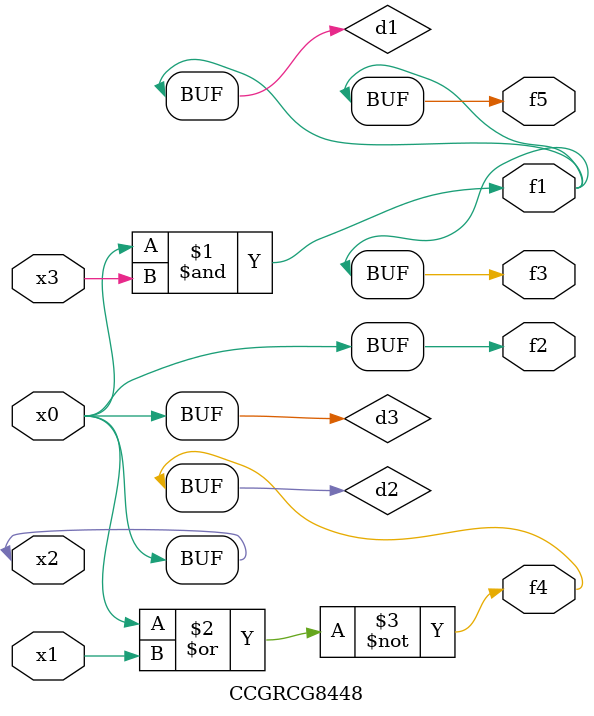
<source format=v>
module CCGRCG8448(
	input x0, x1, x2, x3,
	output f1, f2, f3, f4, f5
);

	wire d1, d2, d3;

	and (d1, x2, x3);
	nor (d2, x0, x1);
	buf (d3, x0, x2);
	assign f1 = d1;
	assign f2 = d3;
	assign f3 = d1;
	assign f4 = d2;
	assign f5 = d1;
endmodule

</source>
